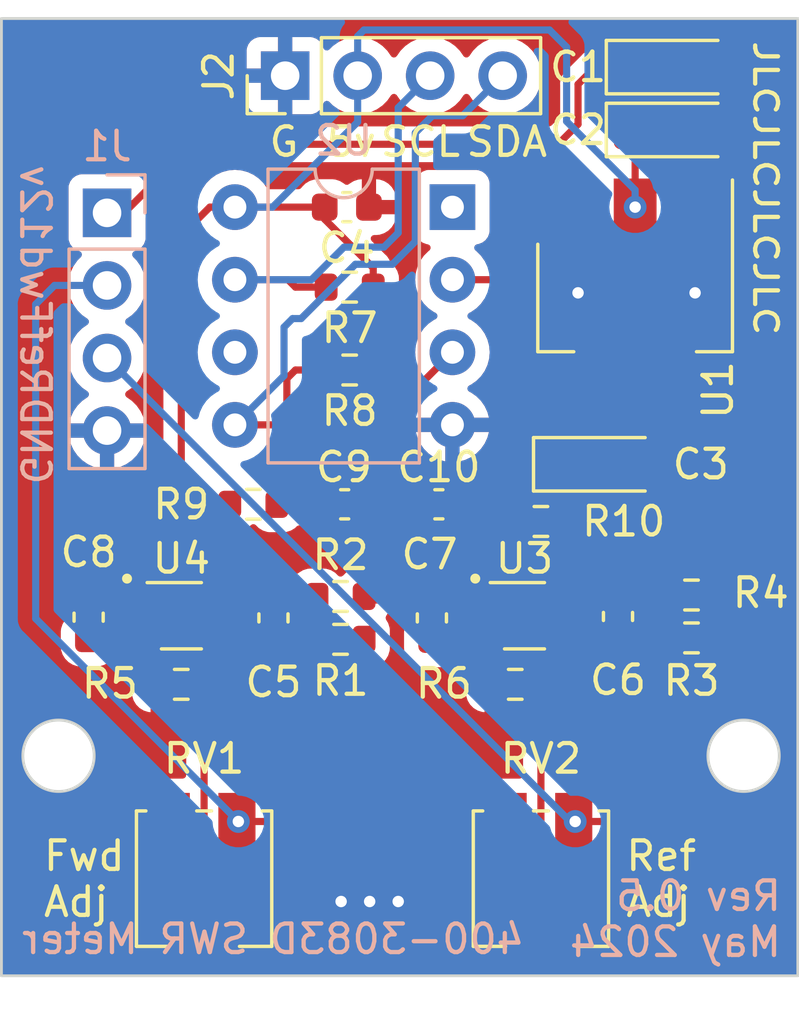
<source format=kicad_pcb>
(kicad_pcb (version 20221018) (generator pcbnew)
  (layers (0 "F.Cu" signal) (31 "B.Cu" signal) (34 "B.Paste" user) (35 "F.Paste" user) (36 "B.SilkS" user "B.Silkscreen") (37 "F.SilkS" user "F.Silkscreen") (38 "B.Mask" user) (39 "F.Mask" user) (44 "Edge.Cuts" user))
  (net 0 "")
  (net 1 "+12V")
  (net 2 "GND")
  (net 3 "+5V")
  (net 4 "FwdVolt")
  (net 5 "RefVolt")
  (net 6 "SCL")
  (net 7 "SDA")
  (net 8 "Net-(U4--)")
  (net 9 "FwdAmp")
  (net 10 "Net-(U4-+)")
  (net 11 "RefAmp")
  (net 12 "Net-(R5-Pad1)")
  (net 13 "Net-(R6-Pad1)")
  (net 18 "Net-(U3--)")
  (net 19 "Net-(U3-+)")
  (net 20 "Net-(R10-Pad1)")
  (net 21 "Net-(R9-Pad1)")
  (footprint "Resistor_SMD:R_0603_1608Metric" (layer "F.Cu") (at 198.475 77.575 180)
    (fp_text reference "R3" (at 0 -1.5) (layer "F.SilkS"))
    (fp_text value "100")
    (fp_line (start -0.237258 -0.5225) (end 0.237258 -0.5225) (stroke (width 0.12)) (layer "F.SilkS"))
    (fp_line (start -0.237258 0.5225) (end 0.237258 0.5225) (stroke (width 0.12)) (layer "F.SilkS"))
    (pad "1" smd roundrect (at -0.825 0 180) (size 0.8 0.95) (layers "F.Cu" "F.Paste" "F.Mask") (net 5 "RefVolt"))
    (pad "2" smd roundrect (at 0.825 0 180) (size 0.8 0.95) (layers "F.Cu" "F.Paste" "F.Mask") (net 19 "Net-(U3-+)"))
  )
  (footprint "Potentiometer_SMD:Potentiometer_Bourns_3314J_Vertical" (layer "F.Cu") (at 193.2 86)
    (fp_text reference "RV2" (at 0 -4.2) (layer "F.SilkS"))
    (fp_text value "500")
    (fp_line (start -2.37 -2.37) (end -2.37 2.37) (stroke (width 0.12)) (layer "F.SilkS"))
    (fp_line (start -2.37 -2.37) (end -2.039 -2.37) (stroke (width 0.12)) (layer "F.SilkS"))
    (fp_line (start -2.37 2.37) (end -1.24 2.37) (stroke (width 0.12)) (layer "F.SilkS"))
    (fp_line (start -0.259 -2.37) (end 0.26 -2.37) (stroke (width 0.12)) (layer "F.SilkS"))
    (fp_line (start 1.24 2.37) (end 2.37 2.37) (stroke (width 0.12)) (layer "F.SilkS"))
    (fp_line (start 2.04 -2.37) (end 2.37 -2.37) (stroke (width 0.12)) (layer "F.SilkS"))
    (fp_line (start 2.37 -2.37) (end 2.37 2.37) (stroke (width 0.12)) (layer "F.SilkS"))
    (pad "1" smd rect (at 1.15 -2) (size 1.3 2) (layers "F.Cu" "F.Paste" "F.Mask") (net 5 "RefVolt"))
    (pad "2" smd rect (at 0 2) (size 2 2) (layers "F.Cu" "F.Paste" "F.Mask") (net 13 "Net-(R6-Pad1)"))
    (pad "3" smd rect (at -1.15 -2) (size 1.3 2) (layers "F.Cu" "F.Paste" "F.Mask"))
  )
  (footprint "Resistor_SMD:R_0603_1608Metric" (layer "F.Cu") (at 192.3 79.2 180)
    (fp_text reference "R6" (at 2.5 0.025) (layer "F.SilkS"))
    (fp_text value "500")
    (fp_line (start -0.237258 -0.5225) (end 0.237258 -0.5225) (stroke (width 0.12)) (layer "F.SilkS"))
    (fp_line (start -0.237258 0.5225) (end 0.237258 0.5225) (stroke (width 0.12)) (layer "F.SilkS"))
    (pad "1" smd roundrect (at -0.825 0 180) (size 0.8 0.95) (layers "F.Cu" "F.Paste" "F.Mask") (net 13 "Net-(R6-Pad1)"))
    (pad "2" smd roundrect (at 0.825 0 180) (size 0.8 0.95) (layers "F.Cu" "F.Paste" "F.Mask") (net 2 "GND"))
  )
  (footprint "Capacitor_SMD:C_0603_1608Metric" (layer "F.Cu") (at 183.83 76.875 -90)
    (fp_text reference "C5" (at 2.25 0 -180) (layer "F.SilkS"))
    (fp_text value "22n")
    (fp_line (start -0.14058 -0.51) (end 0.14058 -0.51) (stroke (width 0.12)) (layer "F.SilkS"))
    (fp_line (start -0.14058 0.51) (end 0.14058 0.51) (stroke (width 0.12)) (layer "F.SilkS"))
    (pad "1" smd roundrect (at -0.775 0 270) (size 0.9 0.95) (layers "F.Cu" "F.Paste" "F.Mask") (net 8 "Net-(U4--)"))
    (pad "2" smd roundrect (at 0.775 0 270) (size 0.9 0.95) (layers "F.Cu" "F.Paste" "F.Mask") (net 10 "Net-(U4-+)"))
  )
  (footprint "Capacitor_SMD:C_0603_1608Metric" (layer "F.Cu") (at 189.38 76.875 -90)
    (fp_text reference "C7" (at -2.225 0.08 -180) (layer "F.SilkS"))
    (fp_text value "0.1u")
    (fp_line (start -0.14058 -0.51) (end 0.14058 -0.51) (stroke (width 0.12)) (layer "F.SilkS"))
    (fp_line (start -0.14058 0.51) (end 0.14058 0.51) (stroke (width 0.12)) (layer "F.SilkS"))
    (pad "1" smd roundrect (at -0.775 0 270) (size 0.9 0.95) (layers "F.Cu" "F.Paste" "F.Mask") (net 2 "GND"))
    (pad "2" smd roundrect (at 0.775 0 270) (size 0.9 0.95) (layers "F.Cu" "F.Paste" "F.Mask") (net 3 "+5V"))
  )
  (footprint "Resistor_SMD:R_0603_1608Metric" (layer "F.Cu") (at 180.6 79.2 180)
    (fp_text reference "R5" (at 2.5 0.025) (layer "F.SilkS"))
    (fp_text value "500")
    (fp_line (start -0.237258 -0.5225) (end 0.237258 -0.5225) (stroke (width 0.12)) (layer "F.SilkS"))
    (fp_line (start -0.237258 0.5225) (end 0.237258 0.5225) (stroke (width 0.12)) (layer "F.SilkS"))
    (pad "1" smd roundrect (at -0.825 0 180) (size 0.8 0.95) (layers "F.Cu" "F.Paste" "F.Mask") (net 12 "Net-(R5-Pad1)"))
    (pad "2" smd roundrect (at 0.825 0 180) (size 0.8 0.95) (layers "F.Cu" "F.Paste" "F.Mask") (net 2 "GND"))
  )
  (footprint "Resistor_SMD:R_0603_1608Metric" (layer "F.Cu") (at 186.18 76.125 180)
    (fp_text reference "R2" (at 0 1.45) (layer "F.SilkS"))
    (fp_text value "100")
    (fp_line (start -0.237258 -0.5225) (end 0.237258 -0.5225) (stroke (width 0.12)) (layer "F.SilkS"))
    (fp_line (start -0.237258 0.5225) (end 0.237258 0.5225) (stroke (width 0.12)) (layer "F.SilkS"))
    (pad "1" smd roundrect (at -0.825 0 180) (size 0.8 0.95) (layers "F.Cu" "F.Paste" "F.Mask") (net 2 "GND"))
    (pad "2" smd roundrect (at 0.825 0 180) (size 0.8 0.95) (layers "F.Cu" "F.Paste" "F.Mask") (net 8 "Net-(U4--)"))
  )
  (footprint "Package_TO_SOT_SMD:SOT-363_SC-70-6_Handsoldering" (layer "F.Cu") (at 180.605 76.8)
    (fp_text reference "U4" (at 0 -2) (layer "F.SilkS"))
    (fp_text value "INA190A1")
    (fp_line (start -0.7 1.16) (end 0.7 1.16) (stroke (width 0.12)) (layer "F.SilkS"))
    (fp_line (start 0.7 -1.16) (end -1.2 -1.16) (stroke (width 0.12)) (layer "F.SilkS"))
    (pad "1" smd rect (at -1.33 -0.65) (size 1.5 0.4) (layers "F.Cu" "F.Paste" "F.Mask") (net 2 "GND"))
    (pad "2" smd rect (at -1.33 0) (size 1.5 0.4) (layers "F.Cu" "F.Paste" "F.Mask") (net 2 "GND"))
    (pad "3" smd rect (at -1.33 0.65) (size 1.5 0.4) (layers "F.Cu" "F.Paste" "F.Mask") (net 3 "+5V"))
    (pad "4" smd rect (at 1.33 0.65) (size 1.5 0.4) (layers "F.Cu" "F.Paste" "F.Mask") (net 10 "Net-(U4-+)"))
    (pad "5" smd rect (at 1.33 0) (size 1.5 0.4) (layers "F.Cu" "F.Paste" "F.Mask") (net 8 "Net-(U4--)"))
    (pad "6" smd rect (at 1.33 -0.65) (size 1.5 0.4) (layers "F.Cu" "F.Paste" "F.Mask") (net 21 "Net-(R9-Pad1)"))
  )
  (footprint "Resistor_SMD:R_0603_1608Metric" (layer "F.Cu") (at 186.5 68.2 180)
    (fp_text reference "R8" (at 0 -1.43) (layer "F.SilkS"))
    (fp_text value "10k")
    (fp_line (start -0.237258 -0.5225) (end 0.237258 -0.5225) (stroke (width 0.12)) (layer "F.SilkS"))
    (fp_line (start -0.237258 0.5225) (end 0.237258 0.5225) (stroke (width 0.12)) (layer "F.SilkS"))
    (pad "1" smd roundrect (at -0.825 0 180) (size 0.8 0.95) (layers "F.Cu" "F.Paste" "F.Mask") (net 3 "+5V"))
    (pad "2" smd roundrect (at 0.825 0 180) (size 0.8 0.95) (layers "F.Cu" "F.Paste" "F.Mask") (net 7 "SDA"))
  )
  (footprint "Potentiometer_SMD:Potentiometer_Bourns_3314J_Vertical" (layer "F.Cu") (at 181.4 86)
    (fp_text reference "RV1" (at 0 -4.2) (layer "F.SilkS"))
    (fp_text value "500")
    (fp_line (start -2.37 -2.37) (end -2.37 2.37) (stroke (width 0.12)) (layer "F.SilkS"))
    (fp_line (start -2.37 -2.37) (end -2.039 -2.37) (stroke (width 0.12)) (layer "F.SilkS"))
    (fp_line (start -2.37 2.37) (end -1.24 2.37) (stroke (width 0.12)) (layer "F.SilkS"))
    (fp_line (start -0.259 -2.37) (end 0.26 -2.37) (stroke (width 0.12)) (layer "F.SilkS"))
    (fp_line (start 1.24 2.37) (end 2.37 2.37) (stroke (width 0.12)) (layer "F.SilkS"))
    (fp_line (start 2.04 -2.37) (end 2.37 -2.37) (stroke (width 0.12)) (layer "F.SilkS"))
    (fp_line (start 2.37 -2.37) (end 2.37 2.37) (stroke (width 0.12)) (layer "F.SilkS"))
    (pad "1" smd rect (at 1.15 -2) (size 1.3 2) (layers "F.Cu" "F.Paste" "F.Mask") (net 4 "FwdVolt"))
    (pad "2" smd rect (at 0 2) (size 2 2) (layers "F.Cu" "F.Paste" "F.Mask") (net 12 "Net-(R5-Pad1)"))
    (pad "3" smd rect (at -1.15 -2) (size 1.3 2) (layers "F.Cu" "F.Paste" "F.Mask"))
  )
  (footprint "Capacitor_Tantalum_SMD:CP_EIA-3216-12_Kemet-S" (layer "F.Cu") (at 197.8 59.8)
    (fp_text reference "C2" (at -3.3 0) (layer "F.SilkS"))
    (fp_text value "10u")
    (fp_line (start -2.31 -0.935) (end -2.31 0.935) (stroke (width 0.12)) (layer "F.SilkS"))
    (fp_line (start -2.31 0.935) (end 1.6 0.935) (stroke (width 0.12)) (layer "F.SilkS"))
    (fp_line (start 1.6 -0.935) (end -2.31 -0.935) (stroke (width 0.12)) (layer "F.SilkS"))
    (pad "1" smd roundrect (at -1.35 0) (size 1.4 1.35) (layers "F.Cu" "F.Paste" "F.Mask") (roundrect_rratio 0.1851851852) (net 3 "+5V"))
    (pad "2" smd roundrect (at 1.35 0) (size 1.4 1.35) (layers "F.Cu" "F.Paste" "F.Mask") (roundrect_rratio 0.1851851852) (net 2 "GND"))
  )
  (footprint "Package_TO_SOT_SMD:SOT-223-3_TabPin2" (layer "F.Cu") (at 196.5 65.65 -90)
    (fp_text reference "U1" (at 3.25 -2.9 90) (layer "F.SilkS"))
    (fp_text value "AMS1117-5.0")
    (fp_line (start -4.1 -3.41) (end 1.91 -3.41) (stroke (width 0.12)) (layer "F.SilkS"))
    (fp_line (start -1.85 3.41) (end 1.91 3.41) (stroke (width 0.12)) (layer "F.SilkS"))
    (fp_line (start 1.91 -3.41) (end 1.91 -2.15) (stroke (width 0.12)) (layer "F.SilkS"))
    (fp_line (start 1.91 3.41) (end 1.91 2.15) (stroke (width 0.12)) (layer "F.SilkS"))
    (pad "1" smd rect (at -3.15 -2.3 270) (size 2 1.5) (layers "F.Cu" "F.Paste" "F.Mask") (net 2 "GND"))
    (pad "2" smd rect (at -3.15 0 270) (size 2 1.5) (layers "F.Cu" "F.Paste" "F.Mask") (net 3 "+5V"))
    (pad "2" smd rect (at 3.15 0 270) (size 2 3.8) (layers "F.Cu" "F.Paste" "F.Mask") (net 3 "+5V"))
    (pad "3" smd rect (at -3.15 2.3 270) (size 2 1.5) (layers "F.Cu" "F.Paste" "F.Mask") (net 1 "+12V"))
  )
  (footprint "Resistor_SMD:R_0603_1608Metric" (layer "F.Cu") (at 186.5 65.3 180)
    (fp_text reference "R7" (at 0 -1.43) (layer "F.SilkS"))
    (fp_text value "10k")
    (fp_line (start -0.237258 -0.5225) (end 0.237258 -0.5225) (stroke (width 0.12)) (layer "F.SilkS"))
    (fp_line (start -0.237258 0.5225) (end 0.237258 0.5225) (stroke (width 0.12)) (layer "F.SilkS"))
    (pad "1" smd roundrect (at -0.825 0 180) (size 0.8 0.95) (layers "F.Cu" "F.Paste" "F.Mask") (net 3 "+5V"))
    (pad "2" smd roundrect (at 0.825 0 180) (size 0.8 0.95) (layers "F.Cu" "F.Paste" "F.Mask") (net 6 "SCL"))
  )
  (footprint "Capacitor_Tantalum_SMD:CP_EIA-3216-12_Kemet-S" (layer "F.Cu") (at 195.25 71.5)
    (fp_text reference "C3" (at 3.55 0) (layer "F.SilkS"))
    (fp_text value "10u")
    (fp_line (start -2.31 -0.935) (end -2.31 0.935) (stroke (width 0.12)) (layer "F.SilkS"))
    (fp_line (start -2.31 0.935) (end 1.6 0.935) (stroke (width 0.12)) (layer "F.SilkS"))
    (fp_line (start 1.6 -0.935) (end -2.31 -0.935) (stroke (width 0.12)) (layer "F.SilkS"))
    (pad "1" smd roundrect (at -1.35 0) (size 1.4 1.35) (layers "F.Cu" "F.Paste" "F.Mask") (roundrect_rratio 0.1851851852) (net 3 "+5V"))
    (pad "2" smd roundrect (at 1.35 0) (size 1.4 1.35) (layers "F.Cu" "F.Paste" "F.Mask") (roundrect_rratio 0.1851851852) (net 2 "GND"))
  )
  (footprint "Resistor_SMD:R_0603_1608Metric" (layer "F.Cu") (at 186.18 77.625 180)
    (fp_text reference "R1" (at 0 -1.45) (layer "F.SilkS"))
    (fp_text value "100")
    (fp_line (start -0.237258 -0.5225) (end 0.237258 -0.5225) (stroke (width 0.12)) (layer "F.SilkS"))
    (fp_line (start -0.237258 0.5225) (end 0.237258 0.5225) (stroke (width 0.12)) (layer "F.SilkS"))
    (pad "1" smd roundrect (at -0.825 0 180) (size 0.8 0.95) (layers "F.Cu" "F.Paste" "F.Mask") (net 4 "FwdVolt"))
    (pad "2" smd roundrect (at 0.825 0 180) (size 0.8 0.95) (layers "F.Cu" "F.Paste" "F.Mask") (net 10 "Net-(U4-+)"))
  )
  (footprint "Capacitor_SMD:C_0603_1608Metric" (layer "F.Cu") (at 189.625 72.9)
    (fp_text reference "C10" (at 0 -1.3) (layer "F.SilkS"))
    (fp_text value "0.1u")
    (fp_line (start -0.14058 -0.51) (end 0.14058 -0.51) (stroke (width 0.12)) (layer "F.SilkS"))
    (fp_line (start -0.14058 0.51) (end 0.14058 0.51) (stroke (width 0.12)) (layer "F.SilkS"))
    (pad "1" smd roundrect (at -0.775 0) (size 0.9 0.95) (layers "F.Cu" "F.Paste" "F.Mask") (net 2 "GND"))
    (pad "2" smd roundrect (at 0.775 0) (size 0.9 0.95) (layers "F.Cu" "F.Paste" "F.Mask") (net 11 "RefAmp"))
  )
  (footprint "Connector_PinHeader_2.54mm:PinHeader_1x04_P2.54mm_Vertical" (layer "F.Cu") (at 184.24 57.9 90)
    (fp_text reference "J2" (at 0 -2.33 90) (layer "F.SilkS"))
    (fp_text value "Screen")
    (fp_line (start -1.33 -1.33) (end 0 -1.33) (stroke (width 0.12)) (layer "F.SilkS"))
    (fp_line (start -1.33 0) (end -1.33 -1.33) (stroke (width 0.12)) (layer "F.SilkS"))
    (fp_line (start -1.33 1.27) (end -1.33 8.95) (stroke (width 0.12)) (layer "F.SilkS"))
    (fp_line (start -1.33 1.27) (end 1.33 1.27) (stroke (width 0.12)) (layer "F.SilkS"))
    (fp_line (start -1.33 8.95) (end 1.33 8.95) (stroke (width 0.12)) (layer "F.SilkS"))
    (fp_line (start 1.33 1.27) (end 1.33 8.95) (stroke (width 0.12)) (layer "F.SilkS"))
    (pad "1" thru_hole rect (at 0 0 90) (size 1.7 1.7) (drill 1) (layers "*.Cu" "*.Mask") (net 2 "GND"))
    (pad "2" thru_hole oval (at 0 2.54 90) (size 1.7 1.7) (drill 1) (layers "*.Cu" "*.Mask") (net 3 "+5V"))
    (pad "3" thru_hole oval (at 0 5.08 90) (size 1.7 1.7) (drill 1) (layers "*.Cu" "*.Mask") (net 6 "SCL"))
    (pad "4" thru_hole oval (at 0 7.62 90) (size 1.7 1.7) (drill 1) (layers "*.Cu" "*.Mask") (net 7 "SDA"))
  )
  (footprint "Resistor_SMD:R_0603_1608Metric" (layer "F.Cu") (at 183.125 72.9)
    (fp_text reference "R9" (at -2.525 0) (layer "F.SilkS"))
    (fp_text value "10")
    (fp_line (start -0.237258 -0.5225) (end 0.237258 -0.5225) (stroke (width 0.12)) (layer "F.SilkS"))
    (fp_line (start -0.237258 0.5225) (end 0.237258 0.5225) (stroke (width 0.12)) (layer "F.SilkS"))
    (pad "1" smd roundrect (at -0.825 0) (size 0.8 0.95) (layers "F.Cu" "F.Paste" "F.Mask") (net 21 "Net-(R9-Pad1)"))
    (pad "2" smd roundrect (at 0.825 0) (size 0.8 0.95) (layers "F.Cu" "F.Paste" "F.Mask") (net 9 "FwdAmp"))
  )
  (footprint "Capacitor_SMD:C_0603_1608Metric" (layer "F.Cu") (at 186.4 62.5 180)
    (fp_text reference "C4" (at 0 -1.43 180) (layer "F.SilkS"))
    (fp_text value "0.1u")
    (fp_line (start -0.14058 -0.51) (end 0.14058 -0.51) (stroke (width 0.12)) (layer "F.SilkS"))
    (fp_line (start -0.14058 0.51) (end 0.14058 0.51) (stroke (width 0.12)) (layer "F.SilkS"))
    (pad "1" smd roundrect (at -0.775 0 180) (size 0.9 0.95) (layers "F.Cu" "F.Paste" "F.Mask") (net 2 "GND"))
    (pad "2" smd roundrect (at 0.775 0 180) (size 0.9 0.95) (layers "F.Cu" "F.Paste" "F.Mask") (net 3 "+5V"))
  )
  (footprint "Resistor_SMD:R_0603_1608Metric" (layer "F.Cu") (at 198.475 76.075 180)
    (fp_text reference "R4" (at -2.425 0.075) (layer "F.SilkS"))
    (fp_text value "100")
    (fp_line (start -0.237258 -0.5225) (end 0.237258 -0.5225) (stroke (width 0.12)) (layer "F.SilkS"))
    (fp_line (start -0.237258 0.5225) (end 0.237258 0.5225) (stroke (width 0.12)) (layer "F.SilkS"))
    (pad "1" smd roundrect (at -0.825 0 180) (size 0.8 0.95) (layers "F.Cu" "F.Paste" "F.Mask") (net 2 "GND"))
    (pad "2" smd roundrect (at 0.825 0 180) (size 0.8 0.95) (layers "F.Cu" "F.Paste" "F.Mask") (net 18 "Net-(U3--)"))
  )
  (footprint "Capacitor_SMD:C_0603_1608Metric" (layer "F.Cu") (at 186.325 72.9 180)
    (fp_text reference "C9" (at 0.025 1.3) (layer "F.SilkS"))
    (fp_text value "0.1u")
    (fp_line (start -0.14058 -0.51) (end 0.14058 -0.51) (stroke (width 0.12)) (layer "F.SilkS"))
    (fp_line (start -0.14058 0.51) (end 0.14058 0.51) (stroke (width 0.12)) (layer "F.SilkS"))
    (pad "1" smd roundrect (at -0.775 0 180) (size 0.9 0.95) (layers "F.Cu" "F.Paste" "F.Mask") (net 2 "GND"))
    (pad "2" smd roundrect (at 0.775 0 180) (size 0.9 0.95) (layers "F.Cu" "F.Paste" "F.Mask") (net 9 "FwdAmp"))
  )
  (footprint "Resistor_SMD:R_0603_1608Metric" (layer "F.Cu") (at 193.2 73.5 180)
    (fp_text reference "R10" (at -2.9 0) (layer "F.SilkS"))
    (fp_text value "10")
    (fp_line (start -0.237258 -0.5225) (end 0.237258 -0.5225) (stroke (width 0.12)) (layer "F.SilkS"))
    (fp_line (start -0.237258 0.5225) (end 0.237258 0.5225) (stroke (width 0.12)) (layer "F.SilkS"))
    (pad "1" smd roundrect (at -0.825 0 180) (size 0.8 0.95) (layers "F.Cu" "F.Paste" "F.Mask") (net 20 "Net-(R10-Pad1)"))
    (pad "2" smd roundrect (at 0.825 0 180) (size 0.8 0.95) (layers "F.Cu" "F.Paste" "F.Mask") (net 11 "RefAmp"))
  )
  (footprint "Capacitor_SMD:C_0603_1608Metric" (layer "F.Cu") (at 177.355 76.85 -90)
    (fp_text reference "C8" (at -2.275 0 -180) (layer "F.SilkS"))
    (fp_text value "0.1u")
    (fp_line (start -0.14058 -0.51) (end 0.14058 -0.51) (stroke (width 0.12)) (layer "F.SilkS"))
    (fp_line (start -0.14058 0.51) (end 0.14058 0.51) (stroke (width 0.12)) (layer "F.SilkS"))
    (pad "1" smd roundrect (at -0.775 0 270) (size 0.9 0.95) (layers "F.Cu" "F.Paste" "F.Mask") (net 2 "GND"))
    (pad "2" smd roundrect (at 0.775 0 270) (size 0.9 0.95) (layers "F.Cu" "F.Paste" "F.Mask") (net 3 "+5V"))
  )
  (footprint "Capacitor_Tantalum_SMD:CP_EIA-3216-12_Kemet-S" (layer "F.Cu") (at 197.8 57.6)
    (fp_text reference "C1" (at -3.3 0) (layer "F.SilkS"))
    (fp_text value "10u")
    (fp_line (start -2.31 -0.935) (end -2.31 0.935) (stroke (width 0.12)) (layer "F.SilkS"))
    (fp_line (start -2.31 0.935) (end 1.6 0.935) (stroke (width 0.12)) (layer "F.SilkS"))
    (fp_line (start 1.6 -0.935) (end -2.31 -0.935) (stroke (width 0.12)) (layer "F.SilkS"))
    (pad "1" smd roundrect (at -1.35 0) (size 1.4 1.35) (layers "F.Cu" "F.Paste" "F.Mask") (roundrect_rratio 0.1851851852) (net 1 "+12V"))
    (pad "2" smd roundrect (at 1.35 0) (size 1.4 1.35) (layers "F.Cu" "F.Paste" "F.Mask") (roundrect_rratio 0.1851851852) (net 2 "GND"))
  )
  (footprint "Capacitor_SMD:C_0603_1608Metric" (layer "F.Cu") (at 195.9 76.825 -90)
    (fp_text reference "C6" (at 2.225 0 -180) (layer "F.SilkS"))
    (fp_text value "22n")
    (fp_line (start -0.14058 -0.51) (end 0.14058 -0.51) (stroke (width 0.12)) (layer "F.SilkS"))
    (fp_line (start -0.14058 0.51) (end 0.14058 0.51) (stroke (width 0.12)) (layer "F.SilkS"))
    (pad "1" smd roundrect (at -0.775 0 270) (size 0.9 0.95) (layers "F.Cu" "F.Paste" "F.Mask") (net 18 "Net-(U3--)"))
    (pad "2" smd roundrect (at 0.775 0 270) (size 0.9 0.95) (layers "F.Cu" "F.Paste" "F.Mask") (net 19 "Net-(U3-+)"))
  )
  (footprint "Package_TO_SOT_SMD:SOT-363_SC-70-6_Handsoldering" (layer "F.Cu") (at 192.625 76.8)
    (fp_text reference "U3" (at 0 -2) (layer "F.SilkS"))
    (fp_text value "INA190A1")
    (fp_line (start -0.7 1.16) (end 0.7 1.16) (stroke (width 0.12)) (layer "F.SilkS"))
    (fp_line (start 0.7 -1.16) (end -1.2 -1.16) (stroke (width 0.12)) (layer "F.SilkS"))
    (pad "1" smd rect (at -1.33 -0.65) (size 1.5 0.4) (layers "F.Cu" "F.Paste" "F.Mask") (net 2 "GND"))
    (pad "2" smd rect (at -1.33 0) (size 1.5 0.4) (layers "F.Cu" "F.Paste" "F.Mask") (net 2 "GND"))
    (pad "3" smd rect (at -1.33 0.65) (size 1.5 0.4) (layers "F.Cu" "F.Paste" "F.Mask") (net 3 "+5V"))
    (pad "4" smd rect (at 1.33 0.65) (size 1.5 0.4) (layers "F.Cu" "F.Paste" "F.Mask") (net 19 "Net-(U3-+)"))
    (pad "5" smd rect (at 1.33 0) (size 1.5 0.4) (layers "F.Cu" "F.Paste" "F.Mask") (net 18 "Net-(U3--)"))
    (pad "6" smd rect (at 1.33 -0.65) (size 1.5 0.4) (layers "F.Cu" "F.Paste" "F.Mask") (net 20 "Net-(R10-Pad1)"))
  )
  (footprint "Connector_PinHeader_2.54mm:PinHeader_1x04_P2.54mm_Vertical" (layer "B.Cu") (at 178 62.7 180)
    (fp_text reference "J1" (at 0 2.33) (layer "B.SilkS") (effects (justify mirror)))
    (fp_text value "Input")
    (fp_line (start -1.33 -8.95) (end 1.33 -8.95) (stroke (width 0.12)) (layer "B.SilkS"))
    (fp_line (start -1.33 -1.27) (end -1.33 -8.95) (stroke (width 0.12)) (layer "B.SilkS"))
    (fp_line (start -1.33 -1.27) (end 1.33 -1.27) (stroke (width 0.12)) (layer "B.SilkS"))
    (fp_line (start -1.33 0) (end -1.33 1.33) (stroke (width 0.12)) (layer "B.SilkS"))
    (fp_line (start -1.33 1.33) (end 0 1.33) (stroke (width 0.12)) (layer "B.SilkS"))
    (fp_line (start 1.33 -1.27) (end 1.33 -8.95) (stroke (width 0.12)) (layer "B.SilkS"))
    (pad "1" thru_hole rect (at 0 0 180) (size 1.7 1.7) (drill 1) (layers "*.Cu" "*.Mask") (net 1 "+12V"))
    (pad "2" thru_hole oval (at 0 -2.54 180) (size 1.7 1.7) (drill 1) (layers "*.Cu" "*.Mask") (net 4 "FwdVolt"))
    (pad "3" thru_hole oval (at 0 -5.08 180) (size 1.7 1.7) (drill 1) (layers "*.Cu" "*.Mask") (net 5 "RefVolt"))
    (pad "4" thru_hole oval (at 0 -7.62 180) (size 1.7 1.7) (drill 1) (layers "*.Cu" "*.Mask") (net 2 "GND"))
  )
  (footprint "Package_DIP:DIP-8_W7.62mm" (layer "B.Cu") (at 190.1 62.5 180)
    (fp_text reference "U2" (at 3.81 2.33) (layer "B.SilkS") (effects (justify mirror)))
    (fp_text value "ATtiny85-20P")
    (fp_line (start 1.16 -8.95) (end 6.46 -8.95) (stroke (width 0.12)) (layer "B.SilkS"))
    (fp_line (start 1.16 1.33) (end 1.16 -8.95) (stroke (width 0.12)) (layer "B.SilkS"))
    (fp_line (start 2.81 1.33) (end 1.16 1.33) (stroke (width 0.12)) (layer "B.SilkS"))
    (fp_line (start 6.46 -8.95) (end 6.46 1.33) (stroke (width 0.12)) (layer "B.SilkS"))
    (fp_line (start 6.46 1.33) (end 4.81 1.33) (stroke (width 0.12)) (layer "B.SilkS"))
    (fp_arc (start 2.81 1.33) (mid 3.81 0.33) (end 4.81 1.33) (stroke (width 0.12)) (layer "B.SilkS"))
    (pad "1" thru_hole rect (at 0 0 180) (size 1.6 1.6) (drill 0.8) (layers "*.Cu" "*.Mask"))
    (pad "2" thru_hole oval (at 0 -2.54 180) (size 1.6 1.6) (drill 0.8) (layers "*.Cu" "*.Mask") (net 11 "RefAmp"))
    (pad "3" thru_hole oval (at 0 -5.08 180) (size 1.6 1.6) (drill 0.8) (layers "*.Cu" "*.Mask") (net 9 "FwdAmp"))
    (pad "4" thru_hole oval (at 0 -7.62 180) (size 1.6 1.6) (drill 0.8) (layers "*.Cu" "*.Mask") (net 2 "GND"))
    (pad "5" thru_hole oval (at 7.62 -7.62 180) (size 1.6 1.6) (drill 0.8) (layers "*.Cu" "*.Mask") (net 7 "SDA"))
    (pad "6" thru_hole oval (at 7.62 -5.08 180) (size 1.6 1.6) (drill 0.8) (layers "*.Cu" "*.Mask"))
    (pad "7" thru_hole oval (at 7.62 -2.54 180) (size 1.6 1.6) (drill 0.8) (layers "*.Cu" "*.Mask") (net 6 "SCL"))
    (pad "8" thru_hole oval (at 7.62 0 180) (size 1.6 1.6) (drill 0.8) (layers "*.Cu" "*.Mask") (net 3 "+5V"))
  )
  (gr_circle (center 178.7 75.5) (end 178.8 75.5) (stroke (width 0.15)) (fill solid) (layer "F.SilkS"))
  (gr_circle (center 190.9 75.5) (end 191 75.5) (stroke (width 0.15)) (fill solid) (layer "F.SilkS"))
  (gr_circle (center 176.3 81.7) (end 177.55 81.7) (stroke (width 0.1)) (fill none) (layer "Edge.Cuts"))
  (gr_circle (center 200.3 81.7) (end 201.55 81.7) (stroke (width 0.1)) (fill none) (layer "Edge.Cuts"))
  (gr_rect (start 174.3 55.9) (end 202.2 89.4) (stroke (width 0.1)) (fill none) (layer "Edge.Cuts"))
  (gr_text "400-3083D SWR Meter" (at 192.7 88.7) (layer "B.SilkS") (effects (font (size 1 1)) (justify left bottom mirror)))
  (gr_text "Ref" (at 174.9 69.2 -90) (layer "B.SilkS") (effects (font (size 1 1)) (justify left bottom mirror)))
  (gr_text "Fwd" (at 174.9 66.7 -90) (layer "B.SilkS") (effects (font (size 1 1)) (justify left bottom mirror)))
  (gr_text "GND" (at 174.9 72.3 -90) (layer "B.SilkS") (effects (font (size 1 1)) (justify left bottom mirror)))
  (gr_text "12v" (at 174.9 63.8 -90) (layer "B.SilkS") (effects (font (size 1 1)) (justify left bottom mirror)))
  (gr_text "Rev 0.5\nMay 2024" (at 201.7 88.8) (layer "B.SilkS") (effects (font (size 1 1)) (justify left bottom mirror)))
  (gr_text "JLCJLCJLCJLC" (at 200.6 56.6 -90) (layer "F.SilkS") (effects (font (size 0.8 1) (thickness 0.15) bold) (justify left bottom)))
  (gr_text "G" (at 183.6 60.8) (layer "F.SilkS") (effects (font (size 1 1)) (justify left bottom)))
  (gr_text "5v" (at 185.6 60.8) (layer "F.SilkS") (effects (font (size 1 1)) (justify left bottom)))
  (gr_text "SDA" (at 190.5 60.8) (layer "F.SilkS") (effects (font (size 1 1)) (justify left bottom)))
  (gr_text "Fwd\nAdj" (at 175.7 87.4) (layer "F.SilkS") (effects (font (size 1 1)) (justify left bottom)))
  (gr_text "Ref\nAdj" (at 196.1 87.4) (layer "F.SilkS") (effects (font (size 1 1)) (justify left bottom)))
  (gr_text "SCL" (at 187.5 60.8) (layer "F.SilkS") (effects (font (size 1 1)) (justify left bottom)))
  (segment (start 178 62.7) (end 178.6 62.7) (width 0.25) (layer "F.Cu") (net 1))
  (segment (start 193.8 60.3) (end 194.5 59.6) (width 0.25) (layer "F.Cu") (net 1))
  (segment (start 178.6 62.7) (end 181 60.3) (width 0.25) (layer "F.Cu") (net 1))
  (segment (start 194.2 60.7) (end 194.2 62.5) (width 0.25) (layer "F.Cu") (net 1))
  (segment (start 195.1 57.6) (end 196.45 57.6) (width 0.25) (layer "F.Cu") (net 1))
  (segment (start 193.8 60.3) (end 194.2 60.7) (width 0.25) (layer "F.Cu") (net 1))
  (segment (start 194.5 58.2) (end 195.1 57.6) (width 0.25) (layer "F.Cu") (net 1))
  (segment (start 181 60.3) (end 193.8 60.3) (width 0.25) (layer "F.Cu") (net 1))
  (segment (start 194.5 59.6) (end 194.5 58.2) (width 0.25) (layer "F.Cu") (net 1))
  (segment (start 179.275 76.8) (end 178.08 76.8) (width 0.25) (layer "F.Cu") (net 2))
  (segment (start 189.355 76.125) (end 189.38 76.1) (width 0.25) (layer "F.Cu") (net 2))
  (segment (start 190.08 76.8) (end 189.38 76.1) (width 0.25) (layer "F.Cu") (net 2))
  (segment (start 178.08 76.8) (end 177.355 76.075) (width 0.25) (layer "F.Cu") (net 2))
  (segment (start 191.295 76.8) (end 190.08 76.8) (width 0.25) (layer "F.Cu") (net 2))
  (via (at 198.6 65.5) (size 0.8) (drill 0.4) (layers "F.Cu" "B.Cu") (net 2))
  (via (at 186.2 86.8) (size 0.8) (drill 0.4) (layers "F.Cu" "B.Cu") (net 2))
  (via (at 188.2 86.8) (size 0.8) (drill 0.4) (layers "F.Cu" "B.Cu") (net 2))
  (via (at 194.5 65.5) (size 0.8) (drill 0.4) (layers "F.Cu" "B.Cu") (net 2))
  (via (at 187.2 86.8) (size 0.8) (drill 0.4) (layers "F.Cu" "B.Cu") (net 2))
  (segment (start 187.325 64.625) (end 187.325 65.3) (width 0.25) (layer "F.Cu") (net 3))
  (segment (start 179.1 77.625) (end 179.275 77.45) (width 0.25) (layer "F.Cu") (net 3))
  (segment (start 196.5 68.9) (end 196.5 68.8) (width 0.25) (layer "F.Cu") (net 3))
  (segment (start 180.425 77.45) (end 180.6 77.275) (width 0.25) (layer "F.Cu") (net 3))
  (segment (start 177.355 77.625) (end 179.1 77.625) (width 0.25) (layer "F.Cu") (net 3))
  (segment (start 198.5 78.375) (end 193.711396 78.375) (width 0.25) (layer "F.Cu") (net 3))
  (segment (start 181.6 62.5) (end 182.48 62.5) (width 0.25) (layer "F.Cu") (net 3))
  (segment (start 185.625 62.925) (end 187.325 64.625) (width 0.25) (layer "F.Cu") (net 3))
  (segment (start 189.58 77.45) (end 189.38 77.65) (width 0.25) (layer "F.Cu") (net 3))
  (segment (start 180.6 77.275) (end 180.6 63.5) (width 0.25) (layer "F.Cu") (net 3))
  (segment (start 196.725 73.9) (end 198.5 75.675) (width 0.25) (layer "F.Cu") (net 3))
  (segment (start 179.275 77.45) (end 180.425 77.45) (width 0.25) (layer "F.Cu") (net 3))
  (segment (start 196.5 62.5) (end 196.5 59.85) (width 0.25) (layer "F.Cu") (net 3))
  (segment (start 196.3 73.9) (end 196.725 73.9) (width 0.25) (layer "F.Cu") (net 3))
  (segment (start 196.5 68.8) (end 196.5 62.5) (width 0.25) (layer "F.Cu") (net 3))
  (segment (start 193.711396 78.375) (end 193.386396 78.05) (width 0.25) (layer "F.Cu") (net 3))
  (segment (start 185.625 62.5) (end 185.625 62.925) (width 0.25) (layer "F.Cu") (net 3))
  (segment (start 187.325 68.2) (end 187.325 65.3) (width 0.25) (layer "F.Cu") (net 3))
  (segment (start 196.5 59.85) (end 196.45 59.8) (width 0.25) (layer "F.Cu") (net 3))
  (segment (start 191.295 77.45) (end 189.58 77.45) (width 0.25) (layer "F.Cu") (net 3))
  (segment (start 182.48 62.5) (end 185.625 62.5) (width 0.25) (layer "F.Cu") (net 3))
  (segment (start 180.6 63.5) (end 181.6 62.5) (width 0.25) (layer "F.Cu") (net 3))
  (segment (start 193.386396 78.05) (end 191.895 78.05) (width 0.25) (layer "F.Cu") (net 3))
  (segment (start 193.9 71.5) (end 196.5 68.9) (width 0.25) (layer "F.Cu") (net 3))
  (segment (start 193.9 71.5) (end 196.3 73.9) (width 0.25) (layer "F.Cu") (net 3))
  (segment (start 191.895 78.05) (end 191.295 77.45) (width 0.25) (layer "F.Cu") (net 3))
  (segment (start 198.5 75.675) (end 198.5 78.375) (width 0.25) (layer "F.Cu") (net 3))
  (via (at 196.5 62.5) (size 0.8) (drill 0.4) (layers "F.Cu" "B.Cu") (net 3))
  (segment (start 194.1 59.5) (end 194.1 56.9) (width 0.25) (layer "B.Cu") (net 3))
  (segment (start 196.5 62.5) (end 196.5 61.9) (width 0.25) (layer "B.Cu") (net 3))
  (segment (start 182.48 62.5) (end 183.8 62.5) (width 0.25) (layer "B.Cu") (net 3))
  (segment (start 187 56.3) (end 186.78 56.52) (width 0.25) (layer "B.Cu") (net 3))
  (segment (start 194.1 56.9) (end 193.5 56.3) (width 0.25) (layer "B.Cu") (net 3))
  (segment (start 183.8 62.5) (end 186.78 59.52) (width 0.25) (layer "B.Cu") (net 3))
  (segment (start 193.5 56.3) (end 187 56.3) (width 0.25) (layer "B.Cu") (net 3))
  (segment (start 186.78 56.52) (end 186.78 57.9) (width 0.25) (layer "B.Cu") (net 3))
  (segment (start 186.78 59.52) (end 186.78 57.9) (width 0.25) (layer "B.Cu") (net 3))
  (segment (start 196.5 61.9) (end 194.1 59.5) (width 0.25) (layer "B.Cu") (net 3))
  (segment (start 182.6 84) (end 186.1 84) (width 0.25) (layer "F.Cu") (net 4))
  (segment (start 187 77.63) (end 187.005 77.625) (width 0.25) (layer "F.Cu") (net 4))
  (segment (start 187 83.1) (end 187 77.63) (width 0.25) (layer "F.Cu") (net 4))
  (segment (start 186.1 84) (end 187 83.1) (width 0.25) (layer "F.Cu") (net 4))
  (segment (start 182.55 84) (end 182.6 84) (width 0.25) (layer "F.Cu") (net 4))
  (via (at 182.6 84) (size 0.8) (drill 0.4) (layers "F.Cu" "B.Cu") (net 4))
  (segment (start 175.5 65.9) (end 176.16 65.24) (width 0.25) (layer "B.Cu") (net 4))
  (segment (start 176.16 65.24) (end 178 65.24) (width 0.25) (layer "B.Cu") (net 4))
  (segment (start 175.5 76.9) (end 175.5 65.9) (width 0.25) (layer "B.Cu") (net 4))
  (segment (start 182.6 84) (end 175.5 76.9) (width 0.25) (layer "B.Cu") (net 4))
  (segment (start 194.35 84) (end 194.4 84) (width 0.25) (layer "F.Cu") (net 5))
  (segment (start 195.6 84) (end 199.3 80.3) (width 0.25) (layer "F.Cu") (net 5))
  (segment (start 194.4 84) (end 195.6 84) (width 0.25) (layer "F.Cu") (net 5))
  (segment (start 199.3 80.3) (end 199.3 77.575) (width 0.25) (layer "F.Cu") (net 5))
  (via (at 194.4 84) (size 0.8) (drill 0.4) (layers "F.Cu" "B.Cu") (net 5))
  (segment (start 194.4 84) (end 194.22 84) (width 0.25) (layer "B.Cu") (net 5))
  (segment (start 194.22 84) (end 178 67.78) (width 0.25) (layer "B.Cu") (net 5))
  (segment (start 184.6 65.3) (end 185.675 65.3) (width 0.25) (layer "F.Cu") (net 6))
  (segment (start 184.34 65.04) (end 184.6 65.3) (width 0.25) (layer "F.Cu") (net 6))
  (segment (start 182.48 65.04) (end 184.34 65.04) (width 0.25) (layer "F.Cu") (net 6))
  (segment (start 185.16 65.04) (end 186.3 63.9) (width 0.25) (layer "B.Cu") (net 6))
  (segment (start 188.2 59.02) (end 189.32 57.9) (width 0.25) (layer "B.Cu") (net 6))
  (segment (start 187.7 63.9) (end 188.2 63.4) (width 0.25) (layer "B.Cu") (net 6))
  (segment (start 188.2 63.4) (end 188.2 59.02) (width 0.25) (layer "B.Cu") (net 6))
  (segment (start 182.48 65.04) (end 185.16 65.04) (width 0.25) (layer "B.Cu") (net 6))
  (segment (start 186.3 63.9) (end 187.7 63.9) (width 0.25) (layer "B.Cu") (net 6))
  (segment (start 184.08 70.12) (end 184.3 69.9) (width 0.25) (layer "F.Cu") (net 7))
  (segment (start 182.48 70.12) (end 184.08 70.12) (width 0.25) (layer "F.Cu") (net 7))
  (segment (start 184.6 68.2) (end 185.675 68.2) (width 0.25) (layer "F.Cu") (net 7))
  (segment (start 184.3 69.9) (end 184.3 68.5) (width 0.25) (layer "F.Cu") (net 7))
  (segment (start 184.3 68.5) (end 184.6 68.2) (width 0.25) (layer "F.Cu") (net 7))
  (segment (start 190.46 59.3) (end 191.86 57.9) (width 0.25) (layer "B.Cu") (net 7))
  (segment (start 188 64.5) (end 188.8 63.7) (width 0.25) (layer "B.Cu") (net 7))
  (segment (start 184.8 66.4) (end 186.7 64.5) (width 0.25) (layer "B.Cu") (net 7))
  (segment (start 188.8 59.9) (end 189.4 59.3) (width 0.25) (layer "B.Cu") (net 7))
  (segment (start 184.2 66.7) (end 184.5 66.4) (width 0.25) (layer "B.Cu") (net 7))
  (segment (start 186.7 64.5) (end 188 64.5) (width 0.25) (layer "B.Cu") (net 7))
  (segment (start 184.2 68.4) (end 184.2 66.7) (width 0.25) (layer "B.Cu") (net 7))
  (segment (start 188.8 63.7) (end 188.8 59.9) (width 0.25) (layer "B.Cu") (net 7))
  (segment (start 189.4 59.3) (end 190.46 59.3) (width 0.25) (layer "B.Cu") (net 7))
  (segment (start 184.5 66.4) (end 184.8 66.4) (width 0.25) (layer "B.Cu") (net 7))
  (segment (start 182.48 70.12) (end 184.2 68.4) (width 0.25) (layer "B.Cu") (net 7))
  (segment (start 183.13 76.8) (end 183.83 76.1) (width 0.25) (layer "F.Cu") (net 8))
  (segment (start 182.255 76.8) (end 183.13 76.8) (width 0.25) (layer "F.Cu") (net 8))
  (segment (start 183.83 76.1) (end 185.33 76.1) (width 0.25) (layer "F.Cu") (net 8))
  (segment (start 185.33 76.1) (end 185.355 76.125) (width 0.25) (layer "F.Cu") (net 8))
  (segment (start 185.55 72.9) (end 185.55 72.13) (width 0.25) (layer "F.Cu") (net 9))
  (segment (start 185.55 72.13) (end 190.1 67.58) (width 0.25) (layer "F.Cu") (net 9))
  (segment (start 183.95 72.9) (end 185.55 72.9) (width 0.25) (layer "F.Cu") (net 9))
  (segment (start 183.855 77.625) (end 183.83 77.65) (width 0.25) (layer "F.Cu") (net 10))
  (segment (start 185.355 77.625) (end 183.855 77.625) (width 0.25) (layer "F.Cu") (net 10))
  (segment (start 182.255 77.45) (end 183.63 77.45) (width 0.25) (layer "F.Cu") (net 10))
  (segment (start 183.63 77.45) (end 183.83 77.65) (width 0.25) (layer "F.Cu") (net 10))
  (segment (start 190.4 72.9) (end 191.775 72.9) (width 0.25) (layer "F.Cu") (net 11))
  (segment (start 192.3 65.6) (end 191.74 65.04) (width 0.25) (layer "F.Cu") (net 11))
  (segment (start 191.74 65.04) (end 190.1 65.04) (width 0.25) (layer "F.Cu") (net 11))
  (segment (start 192.3 73.425) (end 192.3 65.6) (width 0.25) (layer "F.Cu") (net 11))
  (segment (start 192.375 73.5) (end 192.3 73.425) (width 0.25) (layer "F.Cu") (net 11))
  (segment (start 191.775 72.9) (end 192.375 73.5) (width 0.25) (layer "F.Cu") (net 11))
  (segment (start 181.4 79.225) (end 181.425 79.2) (width 0.25) (layer "F.Cu") (net 12))
  (segment (start 181.4 88) (end 181.4 79.225) (width 0.25) (layer "F.Cu") (net 12))
  (segment (start 193.2 79.275) (end 193.2 88) (width 0.25) (layer "F.Cu") (net 13))
  (segment (start 193.125 79.2) (end 193.2 79.275) (width 0.25) (layer "F.Cu") (net 13))
  (segment (start 195.15 76.8) (end 195.9 76.05) (width 0.25) (layer "F.Cu") (net 18))
  (segment (start 195.925 76.075) (end 195.9 76.05) (width 0.25) (layer "F.Cu") (net 18))
  (segment (start 193.955 76.8) (end 195.15 76.8) (width 0.25) (layer "F.Cu") (net 18))
  (segment (start 197.65 76.075) (end 195.925 76.075) (width 0.25) (layer "F.Cu") (net 18))
  (segment (start 193.955 77.45) (end 195.75 77.45) (width 0.25) (layer "F.Cu") (net 19))
  (segment (start 197.65 77.575) (end 195.925 77.575) (width 0.25) (layer "F.Cu") (net 19))
  (segment (start 195.925 77.575) (end 195.9 77.6) (width 0.25) (layer "F.Cu") (net 19))
  (segment (start 195.75 77.45) (end 195.9 77.6) (width 0.25) (layer "F.Cu") (net 19))
  (segment (start 193.955 73.57) (end 193.955 76.15) (width 0.25) (layer "F.Cu") (net 20))
  (segment (start 194.025 73.5) (end 193.955 73.57) (width 0.25) (layer "F.Cu") (net 20))
  (segment (start 181.935 75.565) (end 182.3 75.2) (width 0.25) (layer "F.Cu") (net 21))
  (segment (start 181.935 76.15) (end 181.935 75.565) (width 0.25) (layer "F.Cu") (net 21))
  (segment (start 182.3 75.2) (end 182.3 72.9) (width 0.25) (layer "F.Cu") (net 21))
  (zone (net 2) (net_name "GND") (layer "F.Cu") (connect_pads (clearance 0.5)) (min_thickness 0.25) (fill yes (thermal_gap 0.5) (thermal_bridge_width 0.5))
    (polygon (pts (xy 174.3 55.9) (xy 202.2 55.9) (xy 202.2 89.4) (xy 174.3 89.4)))
  )
  (zone (net 2) (net_name "GND") (layer "B.Cu") (priority 1) (connect_pads (clearance 0.5)) (min_thickness 0.25) (fill yes (thermal_gap 0.5) (thermal_bridge_width 0.5))
    (polygon (pts (xy 174.3 55.9) (xy 202.2 55.9) (xy 202.2 89.4) (xy 174.3 89.4)))
  )
)
</source>
